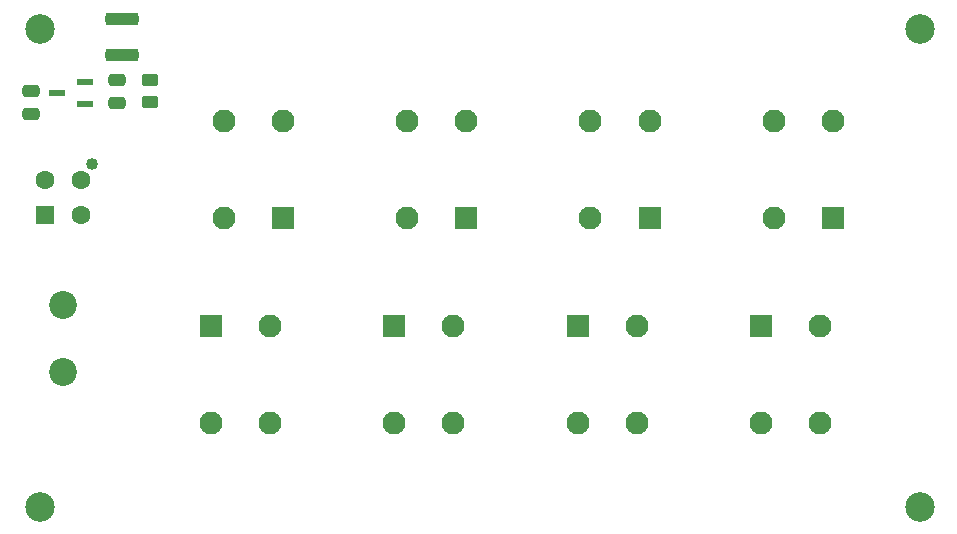
<source format=gts>
G04 #@! TF.GenerationSoftware,KiCad,Pcbnew,9.0.3*
G04 #@! TF.CreationDate,2025-08-14T10:35:20-07:00*
G04 #@! TF.ProjectId,PD Board,50442042-6f61-4726-942e-6b696361645f,rev?*
G04 #@! TF.SameCoordinates,Original*
G04 #@! TF.FileFunction,Soldermask,Top*
G04 #@! TF.FilePolarity,Negative*
%FSLAX46Y46*%
G04 Gerber Fmt 4.6, Leading zero omitted, Abs format (unit mm)*
G04 Created by KiCad (PCBNEW 9.0.3) date 2025-08-14 10:35:20*
%MOMM*%
%LPD*%
G01*
G04 APERTURE LIST*
G04 Aperture macros list*
%AMRoundRect*
0 Rectangle with rounded corners*
0 $1 Rounding radius*
0 $2 $3 $4 $5 $6 $7 $8 $9 X,Y pos of 4 corners*
0 Add a 4 corners polygon primitive as box body*
4,1,4,$2,$3,$4,$5,$6,$7,$8,$9,$2,$3,0*
0 Add four circle primitives for the rounded corners*
1,1,$1+$1,$2,$3*
1,1,$1+$1,$4,$5*
1,1,$1+$1,$6,$7*
1,1,$1+$1,$8,$9*
0 Add four rect primitives between the rounded corners*
20,1,$1+$1,$2,$3,$4,$5,0*
20,1,$1+$1,$4,$5,$6,$7,0*
20,1,$1+$1,$6,$7,$8,$9,0*
20,1,$1+$1,$8,$9,$2,$3,0*%
G04 Aperture macros list end*
%ADD10R,1.950000X1.950000*%
%ADD11C,1.950000*%
%ADD12C,1.020000*%
%ADD13RoundRect,0.250000X-0.552500X0.552500X-0.552500X-0.552500X0.552500X-0.552500X0.552500X0.552500X0*%
%ADD14C,1.605000*%
%ADD15RoundRect,0.250000X-0.475000X0.250000X-0.475000X-0.250000X0.475000X-0.250000X0.475000X0.250000X0*%
%ADD16C,2.500000*%
%ADD17RoundRect,0.275000X-1.125000X0.275000X-1.125000X-0.275000X1.125000X-0.275000X1.125000X0.275000X0*%
%ADD18C,2.362200*%
%ADD19RoundRect,0.250000X0.450000X-0.262500X0.450000X0.262500X-0.450000X0.262500X-0.450000X-0.262500X0*%
%ADD20R,1.320800X0.558800*%
G04 APERTURE END LIST*
D10*
G04 #@! TO.C,P7*
X144330000Y-111780000D03*
D11*
X144330000Y-103580000D03*
X139330000Y-111780000D03*
X139330000Y-103580000D03*
G04 #@! TD*
D12*
G04 #@! TO.C,J1*
X97160000Y-107240000D03*
D13*
X93180000Y-111520000D03*
D14*
X96180000Y-111520000D03*
X93180000Y-108520000D03*
X96180000Y-108520000D03*
G04 #@! TD*
D15*
G04 #@! TO.C,C1*
X91990000Y-101050000D03*
X91990000Y-102950000D03*
G04 #@! TD*
D16*
G04 #@! TO.C,H4*
X92700000Y-95800000D03*
G04 #@! TD*
D10*
G04 #@! TO.C,P3*
X138230000Y-120950000D03*
D11*
X138230000Y-129150000D03*
X143230000Y-120950000D03*
X143230000Y-129150000D03*
G04 #@! TD*
D17*
G04 #@! TO.C,D1*
X99625000Y-94900000D03*
X99625000Y-98000000D03*
G04 #@! TD*
D16*
G04 #@! TO.C,H3*
X167200000Y-95800000D03*
G04 #@! TD*
D10*
G04 #@! TO.C,P8*
X159830000Y-111780000D03*
D11*
X159830000Y-103580000D03*
X154830000Y-111780000D03*
X154830000Y-103580000D03*
G04 #@! TD*
D18*
G04 #@! TO.C,M1*
X94688902Y-124816602D03*
X94688902Y-119116598D03*
G04 #@! TD*
D16*
G04 #@! TO.C,H1*
X92700000Y-136200000D03*
G04 #@! TD*
D10*
G04 #@! TO.C,P4*
X153730000Y-120950000D03*
D11*
X153730000Y-129150000D03*
X158730000Y-120950000D03*
X158730000Y-129150000D03*
G04 #@! TD*
D10*
G04 #@! TO.C,P1*
X107230000Y-120950000D03*
D11*
X107230000Y-129150000D03*
X112230000Y-120950000D03*
X112230000Y-129150000D03*
G04 #@! TD*
D15*
G04 #@! TO.C,C2*
X99200000Y-100120000D03*
X99200000Y-102020000D03*
G04 #@! TD*
D10*
G04 #@! TO.C,P2*
X122730000Y-120950000D03*
D11*
X122730000Y-129150000D03*
X127730000Y-120950000D03*
X127730000Y-129150000D03*
G04 #@! TD*
D19*
G04 #@! TO.C,R1*
X102050000Y-101942500D03*
X102050000Y-100117500D03*
G04 #@! TD*
D20*
G04 #@! TO.C,U1*
X96527600Y-102120001D03*
X96527600Y-100219999D03*
X94140000Y-101170000D03*
G04 #@! TD*
D10*
G04 #@! TO.C,P6*
X128830000Y-111780000D03*
D11*
X128830000Y-103580000D03*
X123830000Y-111780000D03*
X123830000Y-103580000D03*
G04 #@! TD*
D10*
G04 #@! TO.C,P5*
X113330000Y-111780000D03*
D11*
X113330000Y-103580000D03*
X108330000Y-111780000D03*
X108330000Y-103580000D03*
G04 #@! TD*
D16*
G04 #@! TO.C,H2*
X167200000Y-136200000D03*
G04 #@! TD*
M02*

</source>
